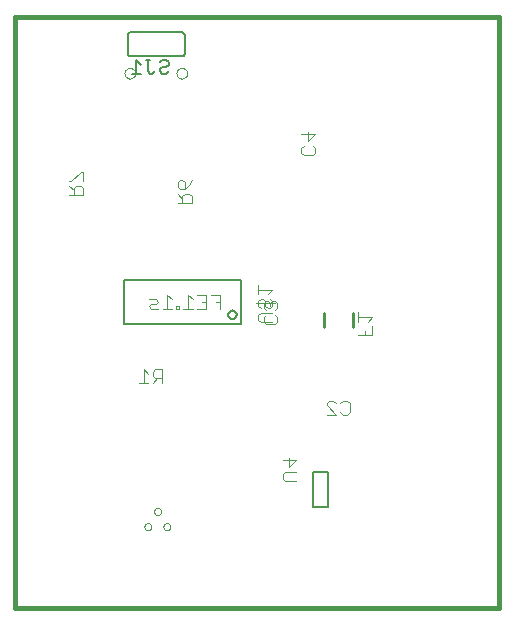
<source format=gbo>
G75*
%MOIN*%
%OFA0B0*%
%FSLAX24Y24*%
%IPPOS*%
%LPD*%
%AMOC8*
5,1,8,0,0,1.08239X$1,22.5*
%
%ADD10C,0.0160*%
%ADD11C,0.0080*%
%ADD12C,0.0040*%
%ADD13C,0.0000*%
%ADD14C,0.0100*%
%ADD15C,0.0050*%
%ADD16C,0.0060*%
D10*
X001046Y002668D02*
X017188Y002668D01*
X017188Y022353D01*
X001046Y022353D01*
X001046Y002668D01*
D11*
X004703Y012138D02*
X004703Y013595D01*
X008593Y013595D01*
X008601Y013595D02*
X008601Y012138D01*
X004703Y012138D01*
X008163Y012433D02*
X008165Y012456D01*
X008171Y012479D01*
X008180Y012501D01*
X008193Y012520D01*
X008209Y012537D01*
X008227Y012552D01*
X008248Y012563D01*
X008270Y012571D01*
X008293Y012575D01*
X008317Y012575D01*
X008340Y012571D01*
X008362Y012563D01*
X008383Y012552D01*
X008401Y012537D01*
X008417Y012520D01*
X008430Y012501D01*
X008439Y012479D01*
X008445Y012456D01*
X008447Y012433D01*
X008445Y012410D01*
X008439Y012387D01*
X008430Y012365D01*
X008417Y012346D01*
X008401Y012329D01*
X008383Y012314D01*
X008362Y012303D01*
X008340Y012295D01*
X008317Y012291D01*
X008293Y012291D01*
X008270Y012295D01*
X008248Y012303D01*
X008227Y012314D01*
X008209Y012329D01*
X008193Y012346D01*
X008180Y012365D01*
X008171Y012387D01*
X008165Y012410D01*
X008163Y012433D01*
D12*
X007898Y012636D02*
X007898Y013097D01*
X007591Y013097D01*
X007438Y013097D02*
X007438Y012636D01*
X007131Y012636D01*
X006977Y012636D02*
X006670Y012636D01*
X006517Y012636D02*
X006440Y012636D01*
X006440Y012713D01*
X006517Y012713D01*
X006517Y012636D01*
X006287Y012636D02*
X005980Y012636D01*
X006133Y012636D02*
X006133Y013097D01*
X006287Y012943D01*
X006824Y013097D02*
X006824Y012636D01*
X006977Y012943D02*
X006824Y013097D01*
X007131Y013097D02*
X007438Y013097D01*
X007438Y012866D02*
X007284Y012866D01*
X007744Y012866D02*
X007898Y012866D01*
X009095Y012809D02*
X009709Y012809D01*
X009727Y012891D02*
X009650Y012891D01*
X009574Y012814D01*
X009497Y012891D01*
X009420Y012891D01*
X009343Y012814D01*
X009343Y012661D01*
X009420Y012584D01*
X009479Y012656D02*
X009555Y012656D01*
X009632Y012733D01*
X009632Y012886D01*
X009555Y012963D01*
X009574Y012814D02*
X009574Y012738D01*
X009479Y012656D02*
X009402Y012733D01*
X009402Y012886D01*
X009325Y012963D01*
X009249Y012963D01*
X009172Y012886D01*
X009172Y012733D01*
X009249Y012656D01*
X009249Y012503D02*
X009632Y012503D01*
X009727Y012431D02*
X009804Y012354D01*
X009804Y012200D01*
X009727Y012124D01*
X009420Y012124D01*
X009343Y012200D01*
X009343Y012354D01*
X009420Y012431D01*
X009249Y012503D02*
X009172Y012426D01*
X009172Y012272D01*
X009249Y012196D01*
X009632Y012196D01*
X009727Y012584D02*
X009804Y012661D01*
X009804Y012814D01*
X009727Y012891D01*
X009479Y013116D02*
X009632Y013270D01*
X009172Y013270D01*
X009172Y013423D02*
X009172Y013116D01*
X006944Y016151D02*
X006944Y016381D01*
X006867Y016458D01*
X006713Y016458D01*
X006637Y016381D01*
X006637Y016151D01*
X006637Y016305D02*
X006483Y016458D01*
X006560Y016612D02*
X006483Y016688D01*
X006483Y016842D01*
X006560Y016919D01*
X006637Y016919D01*
X006713Y016842D01*
X006713Y016612D01*
X006560Y016612D01*
X006713Y016612D02*
X006867Y016765D01*
X006944Y016919D01*
X006944Y016151D02*
X006483Y016151D01*
X005749Y012943D02*
X005519Y012943D01*
X005596Y012790D02*
X005749Y012790D01*
X005826Y012866D01*
X005749Y012943D01*
X005596Y012790D02*
X005519Y012713D01*
X005596Y012636D01*
X005826Y012636D01*
X005731Y010617D02*
X005654Y010540D01*
X005654Y010387D01*
X005731Y010310D01*
X005961Y010310D01*
X005961Y010157D02*
X005961Y010617D01*
X005731Y010617D01*
X005807Y010310D02*
X005654Y010157D01*
X005500Y010157D02*
X005194Y010157D01*
X005347Y010157D02*
X005347Y010617D01*
X005500Y010464D01*
X009975Y007576D02*
X010436Y007576D01*
X010205Y007346D01*
X010205Y007653D01*
X010052Y007192D02*
X010436Y007192D01*
X010436Y006885D02*
X010052Y006885D01*
X009975Y006962D01*
X009975Y007116D01*
X010052Y007192D01*
X011442Y009107D02*
X011748Y009107D01*
X011442Y009414D01*
X011442Y009491D01*
X011518Y009568D01*
X011672Y009568D01*
X011748Y009491D01*
X011902Y009491D02*
X011979Y009568D01*
X012132Y009568D01*
X012209Y009491D01*
X012209Y009184D01*
X012132Y009107D01*
X011979Y009107D01*
X011902Y009184D01*
X012503Y011744D02*
X012964Y011744D01*
X012964Y012051D01*
X012810Y012205D02*
X012964Y012358D01*
X012503Y012358D01*
X012503Y012205D02*
X012503Y012512D01*
X012733Y011898D02*
X012733Y011744D01*
X010987Y017754D02*
X010680Y017754D01*
X010603Y017830D01*
X010603Y017984D01*
X010680Y018061D01*
X010833Y018214D02*
X010833Y018521D01*
X010603Y018444D02*
X011064Y018444D01*
X010833Y018214D01*
X010987Y018061D02*
X011064Y017984D01*
X011064Y017830D01*
X010987Y017754D01*
X003321Y017194D02*
X003321Y016887D01*
X003245Y016734D02*
X003091Y016734D01*
X003015Y016657D01*
X003015Y016427D01*
X003015Y016580D02*
X002861Y016734D01*
X002861Y016887D02*
X002938Y016887D01*
X003245Y017194D01*
X003321Y017194D01*
X003245Y016734D02*
X003321Y016657D01*
X003321Y016427D01*
X002861Y016427D01*
D13*
X004708Y020483D02*
X004710Y020509D01*
X004716Y020535D01*
X004726Y020560D01*
X004739Y020583D01*
X004755Y020603D01*
X004775Y020621D01*
X004797Y020636D01*
X004820Y020648D01*
X004846Y020656D01*
X004872Y020660D01*
X004898Y020660D01*
X004924Y020656D01*
X004950Y020648D01*
X004974Y020636D01*
X004995Y020621D01*
X005015Y020603D01*
X005031Y020583D01*
X005044Y020560D01*
X005054Y020535D01*
X005060Y020509D01*
X005062Y020483D01*
X005060Y020457D01*
X005054Y020431D01*
X005044Y020406D01*
X005031Y020383D01*
X005015Y020363D01*
X004995Y020345D01*
X004973Y020330D01*
X004950Y020318D01*
X004924Y020310D01*
X004898Y020306D01*
X004872Y020306D01*
X004846Y020310D01*
X004820Y020318D01*
X004796Y020330D01*
X004775Y020345D01*
X004755Y020363D01*
X004739Y020383D01*
X004726Y020406D01*
X004716Y020431D01*
X004710Y020457D01*
X004708Y020483D01*
X006440Y020483D02*
X006442Y020509D01*
X006448Y020535D01*
X006458Y020560D01*
X006471Y020583D01*
X006487Y020603D01*
X006507Y020621D01*
X006529Y020636D01*
X006552Y020648D01*
X006578Y020656D01*
X006604Y020660D01*
X006630Y020660D01*
X006656Y020656D01*
X006682Y020648D01*
X006706Y020636D01*
X006727Y020621D01*
X006747Y020603D01*
X006763Y020583D01*
X006776Y020560D01*
X006786Y020535D01*
X006792Y020509D01*
X006794Y020483D01*
X006792Y020457D01*
X006786Y020431D01*
X006776Y020406D01*
X006763Y020383D01*
X006747Y020363D01*
X006727Y020345D01*
X006705Y020330D01*
X006682Y020318D01*
X006656Y020310D01*
X006630Y020306D01*
X006604Y020306D01*
X006578Y020310D01*
X006552Y020318D01*
X006528Y020330D01*
X006507Y020345D01*
X006487Y020363D01*
X006471Y020383D01*
X006458Y020406D01*
X006448Y020431D01*
X006442Y020457D01*
X006440Y020483D01*
X005692Y005876D02*
X005694Y005897D01*
X005700Y005917D01*
X005709Y005937D01*
X005721Y005954D01*
X005736Y005968D01*
X005754Y005980D01*
X005774Y005988D01*
X005794Y005993D01*
X005815Y005994D01*
X005836Y005991D01*
X005856Y005985D01*
X005875Y005974D01*
X005892Y005961D01*
X005905Y005945D01*
X005916Y005927D01*
X005924Y005907D01*
X005928Y005887D01*
X005928Y005865D01*
X005924Y005845D01*
X005916Y005825D01*
X005905Y005807D01*
X005892Y005791D01*
X005875Y005778D01*
X005856Y005767D01*
X005836Y005761D01*
X005815Y005758D01*
X005794Y005759D01*
X005774Y005764D01*
X005754Y005772D01*
X005736Y005784D01*
X005721Y005798D01*
X005709Y005815D01*
X005700Y005835D01*
X005694Y005855D01*
X005692Y005876D01*
X005372Y005366D02*
X005374Y005387D01*
X005380Y005407D01*
X005389Y005427D01*
X005401Y005444D01*
X005416Y005458D01*
X005434Y005470D01*
X005454Y005478D01*
X005474Y005483D01*
X005495Y005484D01*
X005516Y005481D01*
X005536Y005475D01*
X005555Y005464D01*
X005572Y005451D01*
X005585Y005435D01*
X005596Y005417D01*
X005604Y005397D01*
X005608Y005377D01*
X005608Y005355D01*
X005604Y005335D01*
X005596Y005315D01*
X005585Y005297D01*
X005572Y005281D01*
X005555Y005268D01*
X005536Y005257D01*
X005516Y005251D01*
X005495Y005248D01*
X005474Y005249D01*
X005454Y005254D01*
X005434Y005262D01*
X005416Y005274D01*
X005401Y005288D01*
X005389Y005305D01*
X005380Y005325D01*
X005374Y005345D01*
X005372Y005366D01*
X006002Y005366D02*
X006004Y005387D01*
X006010Y005407D01*
X006019Y005427D01*
X006031Y005444D01*
X006046Y005458D01*
X006064Y005470D01*
X006084Y005478D01*
X006104Y005483D01*
X006125Y005484D01*
X006146Y005481D01*
X006166Y005475D01*
X006185Y005464D01*
X006202Y005451D01*
X006215Y005435D01*
X006226Y005417D01*
X006234Y005397D01*
X006238Y005377D01*
X006238Y005355D01*
X006234Y005335D01*
X006226Y005315D01*
X006215Y005297D01*
X006202Y005281D01*
X006185Y005268D01*
X006166Y005257D01*
X006146Y005251D01*
X006125Y005248D01*
X006104Y005249D01*
X006084Y005254D01*
X006064Y005262D01*
X006046Y005274D01*
X006031Y005288D01*
X006019Y005305D01*
X006010Y005325D01*
X006004Y005345D01*
X006002Y005366D01*
D14*
X011353Y012034D02*
X011353Y012494D01*
X012313Y012494D02*
X012313Y012034D01*
D15*
X011499Y007196D02*
X010987Y007196D01*
X010987Y006015D01*
X011499Y006015D01*
X011499Y007196D01*
X006101Y020473D02*
X005951Y020473D01*
X005876Y020548D01*
X005876Y020623D01*
X005951Y020698D01*
X006101Y020698D01*
X006176Y020773D01*
X006176Y020848D01*
X006101Y020923D01*
X005951Y020923D01*
X005876Y020848D01*
X005566Y020923D02*
X005416Y020923D01*
X005491Y020923D02*
X005491Y020548D01*
X005566Y020473D01*
X005641Y020473D01*
X005716Y020548D01*
X006101Y020473D02*
X006176Y020548D01*
X005256Y020473D02*
X004955Y020473D01*
X005105Y020473D02*
X005105Y020923D01*
X005256Y020773D01*
D16*
X004920Y021048D02*
X006620Y021048D01*
X006637Y021050D01*
X006654Y021054D01*
X006670Y021061D01*
X006684Y021071D01*
X006697Y021084D01*
X006707Y021098D01*
X006714Y021114D01*
X006718Y021131D01*
X006720Y021148D01*
X006720Y021748D01*
X006718Y021765D01*
X006714Y021782D01*
X006707Y021798D01*
X006697Y021812D01*
X006684Y021825D01*
X006670Y021835D01*
X006654Y021842D01*
X006637Y021846D01*
X006620Y021848D01*
X004920Y021848D01*
X004903Y021846D01*
X004886Y021842D01*
X004870Y021835D01*
X004856Y021825D01*
X004843Y021812D01*
X004833Y021798D01*
X004826Y021782D01*
X004822Y021765D01*
X004820Y021748D01*
X004820Y021148D01*
X004822Y021131D01*
X004826Y021114D01*
X004833Y021098D01*
X004843Y021084D01*
X004856Y021071D01*
X004870Y021061D01*
X004886Y021054D01*
X004903Y021050D01*
X004920Y021048D01*
M02*

</source>
